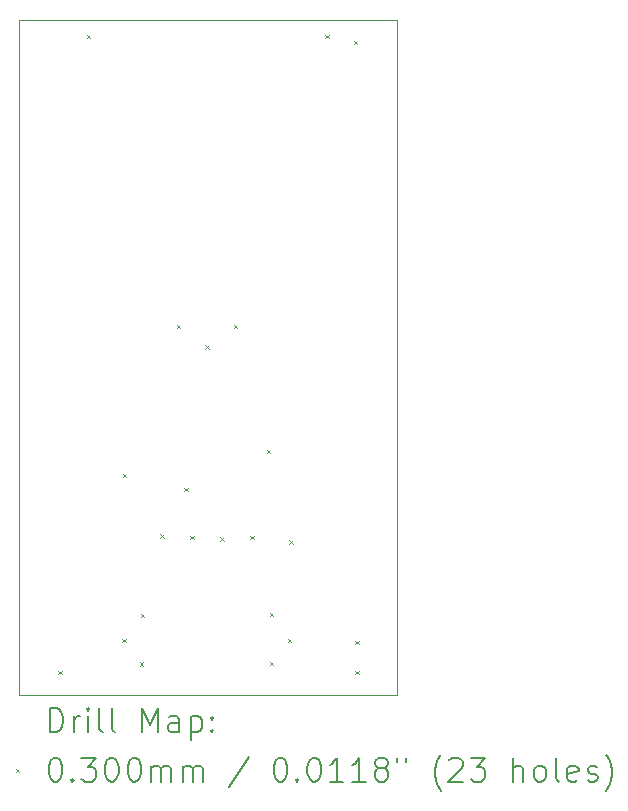
<source format=gbr>
%TF.GenerationSoftware,KiCad,Pcbnew,8.0.3*%
%TF.CreationDate,2024-06-25T22:23:39-04:00*%
%TF.ProjectId,ESP32-S3-DevBoard,45535033-322d-4533-932d-446576426f61,rev?*%
%TF.SameCoordinates,Original*%
%TF.FileFunction,Drillmap*%
%TF.FilePolarity,Positive*%
%FSLAX45Y45*%
G04 Gerber Fmt 4.5, Leading zero omitted, Abs format (unit mm)*
G04 Created by KiCad (PCBNEW 8.0.3) date 2024-06-25 22:23:39*
%MOMM*%
%LPD*%
G01*
G04 APERTURE LIST*
%ADD10C,0.050000*%
%ADD11C,0.200000*%
%ADD12C,0.100000*%
G04 APERTURE END LIST*
D10*
X17462500Y-5295900D02*
X20662900Y-5295900D01*
X20662900Y-11010900D01*
X17462500Y-11010900D01*
X17462500Y-5295900D01*
D11*
D12*
X17790400Y-10805400D02*
X17820400Y-10835400D01*
X17820400Y-10805400D02*
X17790400Y-10835400D01*
X18031700Y-5423000D02*
X18061700Y-5453000D01*
X18061700Y-5423000D02*
X18031700Y-5453000D01*
X18333850Y-10536050D02*
X18363850Y-10566050D01*
X18363850Y-10536050D02*
X18333850Y-10566050D01*
X18339150Y-9139050D02*
X18369150Y-9169050D01*
X18369150Y-9139050D02*
X18339150Y-9169050D01*
X18482100Y-10735100D02*
X18512100Y-10765100D01*
X18512100Y-10735100D02*
X18482100Y-10765100D01*
X18488900Y-10322800D02*
X18518900Y-10352800D01*
X18518900Y-10322800D02*
X18488900Y-10352800D01*
X18654000Y-9649700D02*
X18684000Y-9679700D01*
X18684000Y-9649700D02*
X18654000Y-9679700D01*
X18793700Y-7878500D02*
X18823700Y-7908500D01*
X18823700Y-7878500D02*
X18793700Y-7908500D01*
X18857200Y-9256000D02*
X18887200Y-9286000D01*
X18887200Y-9256000D02*
X18857200Y-9286000D01*
X18908000Y-9662400D02*
X18938000Y-9692400D01*
X18938000Y-9662400D02*
X18908000Y-9692400D01*
X19035000Y-8049500D02*
X19065000Y-8079500D01*
X19065000Y-8049500D02*
X19035000Y-8079500D01*
X19162000Y-9675100D02*
X19192000Y-9705100D01*
X19192000Y-9675100D02*
X19162000Y-9705100D01*
X19276300Y-7878500D02*
X19306300Y-7908500D01*
X19306300Y-7878500D02*
X19276300Y-7908500D01*
X19416000Y-9662400D02*
X19446000Y-9692400D01*
X19446000Y-9662400D02*
X19416000Y-9692400D01*
X19557100Y-8937100D02*
X19587100Y-8967100D01*
X19587100Y-8937100D02*
X19557100Y-8967100D01*
X19581100Y-10317100D02*
X19611100Y-10347100D01*
X19611100Y-10317100D02*
X19581100Y-10347100D01*
X19581100Y-10729200D02*
X19611100Y-10759200D01*
X19611100Y-10729200D02*
X19581100Y-10759200D01*
X19736150Y-10536050D02*
X19766150Y-10566050D01*
X19766150Y-10536050D02*
X19736150Y-10566050D01*
X19746200Y-9700500D02*
X19776200Y-9730500D01*
X19776200Y-9700500D02*
X19746200Y-9730500D01*
X20051000Y-5423000D02*
X20081000Y-5453000D01*
X20081000Y-5423000D02*
X20051000Y-5453000D01*
X20292300Y-5471400D02*
X20322300Y-5501400D01*
X20322300Y-5471400D02*
X20292300Y-5501400D01*
X20305000Y-10551400D02*
X20335000Y-10581400D01*
X20335000Y-10551400D02*
X20305000Y-10581400D01*
X20305000Y-10805400D02*
X20335000Y-10835400D01*
X20335000Y-10805400D02*
X20305000Y-10835400D01*
D11*
X17720777Y-11324884D02*
X17720777Y-11124884D01*
X17720777Y-11124884D02*
X17768396Y-11124884D01*
X17768396Y-11124884D02*
X17796967Y-11134408D01*
X17796967Y-11134408D02*
X17816015Y-11153455D01*
X17816015Y-11153455D02*
X17825539Y-11172503D01*
X17825539Y-11172503D02*
X17835063Y-11210598D01*
X17835063Y-11210598D02*
X17835063Y-11239169D01*
X17835063Y-11239169D02*
X17825539Y-11277265D01*
X17825539Y-11277265D02*
X17816015Y-11296312D01*
X17816015Y-11296312D02*
X17796967Y-11315360D01*
X17796967Y-11315360D02*
X17768396Y-11324884D01*
X17768396Y-11324884D02*
X17720777Y-11324884D01*
X17920777Y-11324884D02*
X17920777Y-11191550D01*
X17920777Y-11229646D02*
X17930301Y-11210598D01*
X17930301Y-11210598D02*
X17939824Y-11201074D01*
X17939824Y-11201074D02*
X17958872Y-11191550D01*
X17958872Y-11191550D02*
X17977920Y-11191550D01*
X18044586Y-11324884D02*
X18044586Y-11191550D01*
X18044586Y-11124884D02*
X18035063Y-11134408D01*
X18035063Y-11134408D02*
X18044586Y-11143931D01*
X18044586Y-11143931D02*
X18054110Y-11134408D01*
X18054110Y-11134408D02*
X18044586Y-11124884D01*
X18044586Y-11124884D02*
X18044586Y-11143931D01*
X18168396Y-11324884D02*
X18149348Y-11315360D01*
X18149348Y-11315360D02*
X18139824Y-11296312D01*
X18139824Y-11296312D02*
X18139824Y-11124884D01*
X18273158Y-11324884D02*
X18254110Y-11315360D01*
X18254110Y-11315360D02*
X18244586Y-11296312D01*
X18244586Y-11296312D02*
X18244586Y-11124884D01*
X18501729Y-11324884D02*
X18501729Y-11124884D01*
X18501729Y-11124884D02*
X18568396Y-11267741D01*
X18568396Y-11267741D02*
X18635063Y-11124884D01*
X18635063Y-11124884D02*
X18635063Y-11324884D01*
X18816015Y-11324884D02*
X18816015Y-11220122D01*
X18816015Y-11220122D02*
X18806491Y-11201074D01*
X18806491Y-11201074D02*
X18787444Y-11191550D01*
X18787444Y-11191550D02*
X18749348Y-11191550D01*
X18749348Y-11191550D02*
X18730301Y-11201074D01*
X18816015Y-11315360D02*
X18796967Y-11324884D01*
X18796967Y-11324884D02*
X18749348Y-11324884D01*
X18749348Y-11324884D02*
X18730301Y-11315360D01*
X18730301Y-11315360D02*
X18720777Y-11296312D01*
X18720777Y-11296312D02*
X18720777Y-11277265D01*
X18720777Y-11277265D02*
X18730301Y-11258217D01*
X18730301Y-11258217D02*
X18749348Y-11248693D01*
X18749348Y-11248693D02*
X18796967Y-11248693D01*
X18796967Y-11248693D02*
X18816015Y-11239169D01*
X18911253Y-11191550D02*
X18911253Y-11391550D01*
X18911253Y-11201074D02*
X18930301Y-11191550D01*
X18930301Y-11191550D02*
X18968396Y-11191550D01*
X18968396Y-11191550D02*
X18987444Y-11201074D01*
X18987444Y-11201074D02*
X18996967Y-11210598D01*
X18996967Y-11210598D02*
X19006491Y-11229646D01*
X19006491Y-11229646D02*
X19006491Y-11286788D01*
X19006491Y-11286788D02*
X18996967Y-11305836D01*
X18996967Y-11305836D02*
X18987444Y-11315360D01*
X18987444Y-11315360D02*
X18968396Y-11324884D01*
X18968396Y-11324884D02*
X18930301Y-11324884D01*
X18930301Y-11324884D02*
X18911253Y-11315360D01*
X19092205Y-11305836D02*
X19101729Y-11315360D01*
X19101729Y-11315360D02*
X19092205Y-11324884D01*
X19092205Y-11324884D02*
X19082682Y-11315360D01*
X19082682Y-11315360D02*
X19092205Y-11305836D01*
X19092205Y-11305836D02*
X19092205Y-11324884D01*
X19092205Y-11201074D02*
X19101729Y-11210598D01*
X19101729Y-11210598D02*
X19092205Y-11220122D01*
X19092205Y-11220122D02*
X19082682Y-11210598D01*
X19082682Y-11210598D02*
X19092205Y-11201074D01*
X19092205Y-11201074D02*
X19092205Y-11220122D01*
D12*
X17430000Y-11638400D02*
X17460000Y-11668400D01*
X17460000Y-11638400D02*
X17430000Y-11668400D01*
D11*
X17758872Y-11544884D02*
X17777920Y-11544884D01*
X17777920Y-11544884D02*
X17796967Y-11554408D01*
X17796967Y-11554408D02*
X17806491Y-11563931D01*
X17806491Y-11563931D02*
X17816015Y-11582979D01*
X17816015Y-11582979D02*
X17825539Y-11621074D01*
X17825539Y-11621074D02*
X17825539Y-11668693D01*
X17825539Y-11668693D02*
X17816015Y-11706788D01*
X17816015Y-11706788D02*
X17806491Y-11725836D01*
X17806491Y-11725836D02*
X17796967Y-11735360D01*
X17796967Y-11735360D02*
X17777920Y-11744884D01*
X17777920Y-11744884D02*
X17758872Y-11744884D01*
X17758872Y-11744884D02*
X17739824Y-11735360D01*
X17739824Y-11735360D02*
X17730301Y-11725836D01*
X17730301Y-11725836D02*
X17720777Y-11706788D01*
X17720777Y-11706788D02*
X17711253Y-11668693D01*
X17711253Y-11668693D02*
X17711253Y-11621074D01*
X17711253Y-11621074D02*
X17720777Y-11582979D01*
X17720777Y-11582979D02*
X17730301Y-11563931D01*
X17730301Y-11563931D02*
X17739824Y-11554408D01*
X17739824Y-11554408D02*
X17758872Y-11544884D01*
X17911253Y-11725836D02*
X17920777Y-11735360D01*
X17920777Y-11735360D02*
X17911253Y-11744884D01*
X17911253Y-11744884D02*
X17901729Y-11735360D01*
X17901729Y-11735360D02*
X17911253Y-11725836D01*
X17911253Y-11725836D02*
X17911253Y-11744884D01*
X17987444Y-11544884D02*
X18111253Y-11544884D01*
X18111253Y-11544884D02*
X18044586Y-11621074D01*
X18044586Y-11621074D02*
X18073158Y-11621074D01*
X18073158Y-11621074D02*
X18092205Y-11630598D01*
X18092205Y-11630598D02*
X18101729Y-11640122D01*
X18101729Y-11640122D02*
X18111253Y-11659169D01*
X18111253Y-11659169D02*
X18111253Y-11706788D01*
X18111253Y-11706788D02*
X18101729Y-11725836D01*
X18101729Y-11725836D02*
X18092205Y-11735360D01*
X18092205Y-11735360D02*
X18073158Y-11744884D01*
X18073158Y-11744884D02*
X18016015Y-11744884D01*
X18016015Y-11744884D02*
X17996967Y-11735360D01*
X17996967Y-11735360D02*
X17987444Y-11725836D01*
X18235063Y-11544884D02*
X18254110Y-11544884D01*
X18254110Y-11544884D02*
X18273158Y-11554408D01*
X18273158Y-11554408D02*
X18282682Y-11563931D01*
X18282682Y-11563931D02*
X18292205Y-11582979D01*
X18292205Y-11582979D02*
X18301729Y-11621074D01*
X18301729Y-11621074D02*
X18301729Y-11668693D01*
X18301729Y-11668693D02*
X18292205Y-11706788D01*
X18292205Y-11706788D02*
X18282682Y-11725836D01*
X18282682Y-11725836D02*
X18273158Y-11735360D01*
X18273158Y-11735360D02*
X18254110Y-11744884D01*
X18254110Y-11744884D02*
X18235063Y-11744884D01*
X18235063Y-11744884D02*
X18216015Y-11735360D01*
X18216015Y-11735360D02*
X18206491Y-11725836D01*
X18206491Y-11725836D02*
X18196967Y-11706788D01*
X18196967Y-11706788D02*
X18187444Y-11668693D01*
X18187444Y-11668693D02*
X18187444Y-11621074D01*
X18187444Y-11621074D02*
X18196967Y-11582979D01*
X18196967Y-11582979D02*
X18206491Y-11563931D01*
X18206491Y-11563931D02*
X18216015Y-11554408D01*
X18216015Y-11554408D02*
X18235063Y-11544884D01*
X18425539Y-11544884D02*
X18444586Y-11544884D01*
X18444586Y-11544884D02*
X18463634Y-11554408D01*
X18463634Y-11554408D02*
X18473158Y-11563931D01*
X18473158Y-11563931D02*
X18482682Y-11582979D01*
X18482682Y-11582979D02*
X18492205Y-11621074D01*
X18492205Y-11621074D02*
X18492205Y-11668693D01*
X18492205Y-11668693D02*
X18482682Y-11706788D01*
X18482682Y-11706788D02*
X18473158Y-11725836D01*
X18473158Y-11725836D02*
X18463634Y-11735360D01*
X18463634Y-11735360D02*
X18444586Y-11744884D01*
X18444586Y-11744884D02*
X18425539Y-11744884D01*
X18425539Y-11744884D02*
X18406491Y-11735360D01*
X18406491Y-11735360D02*
X18396967Y-11725836D01*
X18396967Y-11725836D02*
X18387444Y-11706788D01*
X18387444Y-11706788D02*
X18377920Y-11668693D01*
X18377920Y-11668693D02*
X18377920Y-11621074D01*
X18377920Y-11621074D02*
X18387444Y-11582979D01*
X18387444Y-11582979D02*
X18396967Y-11563931D01*
X18396967Y-11563931D02*
X18406491Y-11554408D01*
X18406491Y-11554408D02*
X18425539Y-11544884D01*
X18577920Y-11744884D02*
X18577920Y-11611550D01*
X18577920Y-11630598D02*
X18587444Y-11621074D01*
X18587444Y-11621074D02*
X18606491Y-11611550D01*
X18606491Y-11611550D02*
X18635063Y-11611550D01*
X18635063Y-11611550D02*
X18654110Y-11621074D01*
X18654110Y-11621074D02*
X18663634Y-11640122D01*
X18663634Y-11640122D02*
X18663634Y-11744884D01*
X18663634Y-11640122D02*
X18673158Y-11621074D01*
X18673158Y-11621074D02*
X18692205Y-11611550D01*
X18692205Y-11611550D02*
X18720777Y-11611550D01*
X18720777Y-11611550D02*
X18739825Y-11621074D01*
X18739825Y-11621074D02*
X18749348Y-11640122D01*
X18749348Y-11640122D02*
X18749348Y-11744884D01*
X18844586Y-11744884D02*
X18844586Y-11611550D01*
X18844586Y-11630598D02*
X18854110Y-11621074D01*
X18854110Y-11621074D02*
X18873158Y-11611550D01*
X18873158Y-11611550D02*
X18901729Y-11611550D01*
X18901729Y-11611550D02*
X18920777Y-11621074D01*
X18920777Y-11621074D02*
X18930301Y-11640122D01*
X18930301Y-11640122D02*
X18930301Y-11744884D01*
X18930301Y-11640122D02*
X18939825Y-11621074D01*
X18939825Y-11621074D02*
X18958872Y-11611550D01*
X18958872Y-11611550D02*
X18987444Y-11611550D01*
X18987444Y-11611550D02*
X19006491Y-11621074D01*
X19006491Y-11621074D02*
X19016015Y-11640122D01*
X19016015Y-11640122D02*
X19016015Y-11744884D01*
X19406491Y-11535360D02*
X19235063Y-11792503D01*
X19663634Y-11544884D02*
X19682682Y-11544884D01*
X19682682Y-11544884D02*
X19701729Y-11554408D01*
X19701729Y-11554408D02*
X19711253Y-11563931D01*
X19711253Y-11563931D02*
X19720777Y-11582979D01*
X19720777Y-11582979D02*
X19730301Y-11621074D01*
X19730301Y-11621074D02*
X19730301Y-11668693D01*
X19730301Y-11668693D02*
X19720777Y-11706788D01*
X19720777Y-11706788D02*
X19711253Y-11725836D01*
X19711253Y-11725836D02*
X19701729Y-11735360D01*
X19701729Y-11735360D02*
X19682682Y-11744884D01*
X19682682Y-11744884D02*
X19663634Y-11744884D01*
X19663634Y-11744884D02*
X19644587Y-11735360D01*
X19644587Y-11735360D02*
X19635063Y-11725836D01*
X19635063Y-11725836D02*
X19625539Y-11706788D01*
X19625539Y-11706788D02*
X19616015Y-11668693D01*
X19616015Y-11668693D02*
X19616015Y-11621074D01*
X19616015Y-11621074D02*
X19625539Y-11582979D01*
X19625539Y-11582979D02*
X19635063Y-11563931D01*
X19635063Y-11563931D02*
X19644587Y-11554408D01*
X19644587Y-11554408D02*
X19663634Y-11544884D01*
X19816015Y-11725836D02*
X19825539Y-11735360D01*
X19825539Y-11735360D02*
X19816015Y-11744884D01*
X19816015Y-11744884D02*
X19806491Y-11735360D01*
X19806491Y-11735360D02*
X19816015Y-11725836D01*
X19816015Y-11725836D02*
X19816015Y-11744884D01*
X19949348Y-11544884D02*
X19968396Y-11544884D01*
X19968396Y-11544884D02*
X19987444Y-11554408D01*
X19987444Y-11554408D02*
X19996968Y-11563931D01*
X19996968Y-11563931D02*
X20006491Y-11582979D01*
X20006491Y-11582979D02*
X20016015Y-11621074D01*
X20016015Y-11621074D02*
X20016015Y-11668693D01*
X20016015Y-11668693D02*
X20006491Y-11706788D01*
X20006491Y-11706788D02*
X19996968Y-11725836D01*
X19996968Y-11725836D02*
X19987444Y-11735360D01*
X19987444Y-11735360D02*
X19968396Y-11744884D01*
X19968396Y-11744884D02*
X19949348Y-11744884D01*
X19949348Y-11744884D02*
X19930301Y-11735360D01*
X19930301Y-11735360D02*
X19920777Y-11725836D01*
X19920777Y-11725836D02*
X19911253Y-11706788D01*
X19911253Y-11706788D02*
X19901729Y-11668693D01*
X19901729Y-11668693D02*
X19901729Y-11621074D01*
X19901729Y-11621074D02*
X19911253Y-11582979D01*
X19911253Y-11582979D02*
X19920777Y-11563931D01*
X19920777Y-11563931D02*
X19930301Y-11554408D01*
X19930301Y-11554408D02*
X19949348Y-11544884D01*
X20206491Y-11744884D02*
X20092206Y-11744884D01*
X20149348Y-11744884D02*
X20149348Y-11544884D01*
X20149348Y-11544884D02*
X20130301Y-11573455D01*
X20130301Y-11573455D02*
X20111253Y-11592503D01*
X20111253Y-11592503D02*
X20092206Y-11602027D01*
X20396968Y-11744884D02*
X20282682Y-11744884D01*
X20339825Y-11744884D02*
X20339825Y-11544884D01*
X20339825Y-11544884D02*
X20320777Y-11573455D01*
X20320777Y-11573455D02*
X20301729Y-11592503D01*
X20301729Y-11592503D02*
X20282682Y-11602027D01*
X20511253Y-11630598D02*
X20492206Y-11621074D01*
X20492206Y-11621074D02*
X20482682Y-11611550D01*
X20482682Y-11611550D02*
X20473158Y-11592503D01*
X20473158Y-11592503D02*
X20473158Y-11582979D01*
X20473158Y-11582979D02*
X20482682Y-11563931D01*
X20482682Y-11563931D02*
X20492206Y-11554408D01*
X20492206Y-11554408D02*
X20511253Y-11544884D01*
X20511253Y-11544884D02*
X20549349Y-11544884D01*
X20549349Y-11544884D02*
X20568396Y-11554408D01*
X20568396Y-11554408D02*
X20577920Y-11563931D01*
X20577920Y-11563931D02*
X20587444Y-11582979D01*
X20587444Y-11582979D02*
X20587444Y-11592503D01*
X20587444Y-11592503D02*
X20577920Y-11611550D01*
X20577920Y-11611550D02*
X20568396Y-11621074D01*
X20568396Y-11621074D02*
X20549349Y-11630598D01*
X20549349Y-11630598D02*
X20511253Y-11630598D01*
X20511253Y-11630598D02*
X20492206Y-11640122D01*
X20492206Y-11640122D02*
X20482682Y-11649646D01*
X20482682Y-11649646D02*
X20473158Y-11668693D01*
X20473158Y-11668693D02*
X20473158Y-11706788D01*
X20473158Y-11706788D02*
X20482682Y-11725836D01*
X20482682Y-11725836D02*
X20492206Y-11735360D01*
X20492206Y-11735360D02*
X20511253Y-11744884D01*
X20511253Y-11744884D02*
X20549349Y-11744884D01*
X20549349Y-11744884D02*
X20568396Y-11735360D01*
X20568396Y-11735360D02*
X20577920Y-11725836D01*
X20577920Y-11725836D02*
X20587444Y-11706788D01*
X20587444Y-11706788D02*
X20587444Y-11668693D01*
X20587444Y-11668693D02*
X20577920Y-11649646D01*
X20577920Y-11649646D02*
X20568396Y-11640122D01*
X20568396Y-11640122D02*
X20549349Y-11630598D01*
X20663634Y-11544884D02*
X20663634Y-11582979D01*
X20739825Y-11544884D02*
X20739825Y-11582979D01*
X21035063Y-11821074D02*
X21025539Y-11811550D01*
X21025539Y-11811550D02*
X21006491Y-11782979D01*
X21006491Y-11782979D02*
X20996968Y-11763931D01*
X20996968Y-11763931D02*
X20987444Y-11735360D01*
X20987444Y-11735360D02*
X20977920Y-11687741D01*
X20977920Y-11687741D02*
X20977920Y-11649646D01*
X20977920Y-11649646D02*
X20987444Y-11602027D01*
X20987444Y-11602027D02*
X20996968Y-11573455D01*
X20996968Y-11573455D02*
X21006491Y-11554408D01*
X21006491Y-11554408D02*
X21025539Y-11525836D01*
X21025539Y-11525836D02*
X21035063Y-11516312D01*
X21101730Y-11563931D02*
X21111253Y-11554408D01*
X21111253Y-11554408D02*
X21130301Y-11544884D01*
X21130301Y-11544884D02*
X21177920Y-11544884D01*
X21177920Y-11544884D02*
X21196968Y-11554408D01*
X21196968Y-11554408D02*
X21206491Y-11563931D01*
X21206491Y-11563931D02*
X21216015Y-11582979D01*
X21216015Y-11582979D02*
X21216015Y-11602027D01*
X21216015Y-11602027D02*
X21206491Y-11630598D01*
X21206491Y-11630598D02*
X21092206Y-11744884D01*
X21092206Y-11744884D02*
X21216015Y-11744884D01*
X21282682Y-11544884D02*
X21406491Y-11544884D01*
X21406491Y-11544884D02*
X21339825Y-11621074D01*
X21339825Y-11621074D02*
X21368396Y-11621074D01*
X21368396Y-11621074D02*
X21387444Y-11630598D01*
X21387444Y-11630598D02*
X21396968Y-11640122D01*
X21396968Y-11640122D02*
X21406491Y-11659169D01*
X21406491Y-11659169D02*
X21406491Y-11706788D01*
X21406491Y-11706788D02*
X21396968Y-11725836D01*
X21396968Y-11725836D02*
X21387444Y-11735360D01*
X21387444Y-11735360D02*
X21368396Y-11744884D01*
X21368396Y-11744884D02*
X21311253Y-11744884D01*
X21311253Y-11744884D02*
X21292206Y-11735360D01*
X21292206Y-11735360D02*
X21282682Y-11725836D01*
X21644587Y-11744884D02*
X21644587Y-11544884D01*
X21730301Y-11744884D02*
X21730301Y-11640122D01*
X21730301Y-11640122D02*
X21720777Y-11621074D01*
X21720777Y-11621074D02*
X21701730Y-11611550D01*
X21701730Y-11611550D02*
X21673158Y-11611550D01*
X21673158Y-11611550D02*
X21654111Y-11621074D01*
X21654111Y-11621074D02*
X21644587Y-11630598D01*
X21854111Y-11744884D02*
X21835063Y-11735360D01*
X21835063Y-11735360D02*
X21825539Y-11725836D01*
X21825539Y-11725836D02*
X21816015Y-11706788D01*
X21816015Y-11706788D02*
X21816015Y-11649646D01*
X21816015Y-11649646D02*
X21825539Y-11630598D01*
X21825539Y-11630598D02*
X21835063Y-11621074D01*
X21835063Y-11621074D02*
X21854111Y-11611550D01*
X21854111Y-11611550D02*
X21882682Y-11611550D01*
X21882682Y-11611550D02*
X21901730Y-11621074D01*
X21901730Y-11621074D02*
X21911253Y-11630598D01*
X21911253Y-11630598D02*
X21920777Y-11649646D01*
X21920777Y-11649646D02*
X21920777Y-11706788D01*
X21920777Y-11706788D02*
X21911253Y-11725836D01*
X21911253Y-11725836D02*
X21901730Y-11735360D01*
X21901730Y-11735360D02*
X21882682Y-11744884D01*
X21882682Y-11744884D02*
X21854111Y-11744884D01*
X22035063Y-11744884D02*
X22016015Y-11735360D01*
X22016015Y-11735360D02*
X22006492Y-11716312D01*
X22006492Y-11716312D02*
X22006492Y-11544884D01*
X22187444Y-11735360D02*
X22168396Y-11744884D01*
X22168396Y-11744884D02*
X22130301Y-11744884D01*
X22130301Y-11744884D02*
X22111253Y-11735360D01*
X22111253Y-11735360D02*
X22101730Y-11716312D01*
X22101730Y-11716312D02*
X22101730Y-11640122D01*
X22101730Y-11640122D02*
X22111253Y-11621074D01*
X22111253Y-11621074D02*
X22130301Y-11611550D01*
X22130301Y-11611550D02*
X22168396Y-11611550D01*
X22168396Y-11611550D02*
X22187444Y-11621074D01*
X22187444Y-11621074D02*
X22196968Y-11640122D01*
X22196968Y-11640122D02*
X22196968Y-11659169D01*
X22196968Y-11659169D02*
X22101730Y-11678217D01*
X22273158Y-11735360D02*
X22292206Y-11744884D01*
X22292206Y-11744884D02*
X22330301Y-11744884D01*
X22330301Y-11744884D02*
X22349349Y-11735360D01*
X22349349Y-11735360D02*
X22358873Y-11716312D01*
X22358873Y-11716312D02*
X22358873Y-11706788D01*
X22358873Y-11706788D02*
X22349349Y-11687741D01*
X22349349Y-11687741D02*
X22330301Y-11678217D01*
X22330301Y-11678217D02*
X22301730Y-11678217D01*
X22301730Y-11678217D02*
X22282682Y-11668693D01*
X22282682Y-11668693D02*
X22273158Y-11649646D01*
X22273158Y-11649646D02*
X22273158Y-11640122D01*
X22273158Y-11640122D02*
X22282682Y-11621074D01*
X22282682Y-11621074D02*
X22301730Y-11611550D01*
X22301730Y-11611550D02*
X22330301Y-11611550D01*
X22330301Y-11611550D02*
X22349349Y-11621074D01*
X22425539Y-11821074D02*
X22435063Y-11811550D01*
X22435063Y-11811550D02*
X22454111Y-11782979D01*
X22454111Y-11782979D02*
X22463634Y-11763931D01*
X22463634Y-11763931D02*
X22473158Y-11735360D01*
X22473158Y-11735360D02*
X22482682Y-11687741D01*
X22482682Y-11687741D02*
X22482682Y-11649646D01*
X22482682Y-11649646D02*
X22473158Y-11602027D01*
X22473158Y-11602027D02*
X22463634Y-11573455D01*
X22463634Y-11573455D02*
X22454111Y-11554408D01*
X22454111Y-11554408D02*
X22435063Y-11525836D01*
X22435063Y-11525836D02*
X22425539Y-11516312D01*
M02*

</source>
